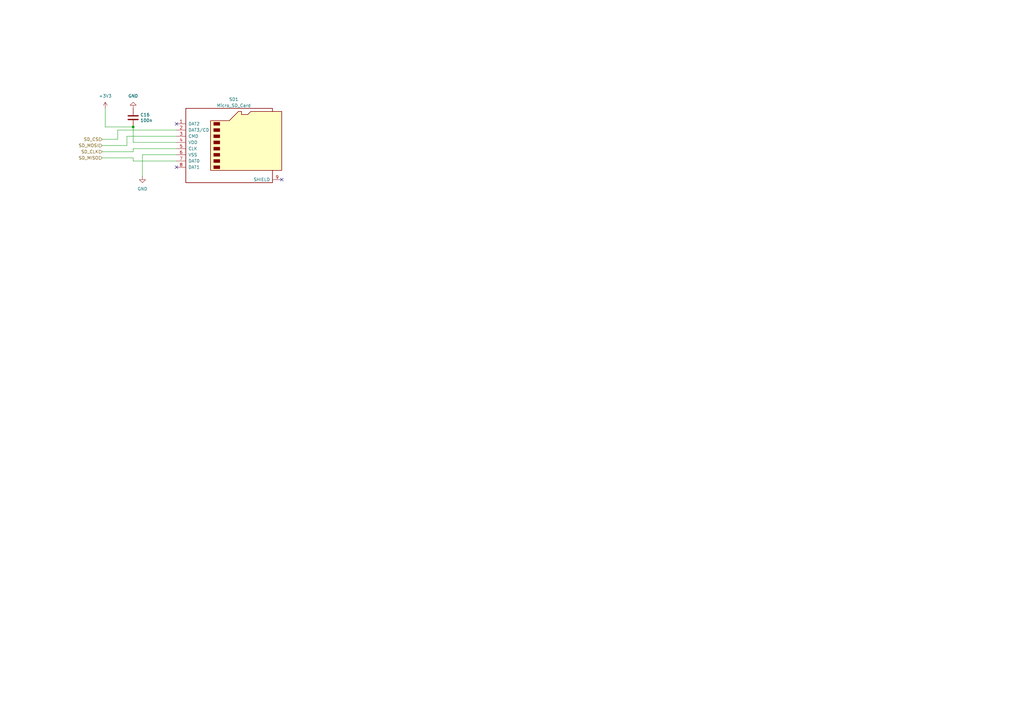
<source format=kicad_sch>
(kicad_sch (version 20231120) (generator "eeschema") (generator_version "8.0")
  (paper "A3")
  (title_block (title "Valera") (date "2025-01-08") (rev "1.0") (company "Mikhail Matveev") (comment 1 "https://github.com/xtremespb/valera"))
  (lib_symbols
    (symbol "Connector:Micro_SD_Card" (pin_names (offset 1.016))
      (property "Reference" "J" (at -16.51 15.24 0))
      (property "Value" "Micro_SD_Card" (at 16.51 15.24 0))
      (symbol "Micro_SD_Card_0_1"
        (rectangle (start -7.62 -9.525) (end -5.08 -10.795) (fill (type outline)))
        (rectangle (start -7.62 -6.985) (end -5.08 -8.255) (fill (type outline)))
        (rectangle (start -7.62 -4.445) (end -5.08 -5.715) (fill (type outline)))
        (rectangle (start -7.62 -1.905) (end -5.08 -3.175) (fill (type outline)))
        (rectangle (start -7.62 0.635) (end -5.08 -0.635) (fill (type outline)))
        (rectangle (start -7.62 3.175) (end -5.08 1.905) (fill (type outline)))
        (rectangle (start -7.62 5.715) (end -5.08 4.445) (fill (type outline)))
        (rectangle (start -7.62 8.255) (end -5.08 6.985) (fill (type outline)))
        (polyline (pts (xy 16.51 12.7) (xy 16.51 13.97) (xy -19.05 13.97) (xy -19.05 -16.51) (xy 16.51 -16.51) (xy 16.51 -11.43)) (stroke (width 0.254)))
        (polyline (pts (xy -8.89 -11.43) (xy -8.89 8.89) (xy -1.27 8.89) (xy 2.54 12.7) (xy 3.81 12.7) (xy 3.81 11.43) (xy 6.35 11.43) (xy 7.62 12.7) (xy 20.32 12.7) (xy 20.32 -11.43) (xy -8.89 -11.43)) (stroke (width 0.254)) (fill (type background)))
      )
      (symbol "Micro_SD_Card_1_1"
        (pin bidirectional line (at -22.86 7.62 0) (length 3.81) (name "DAT2") (number "1"))
        (pin bidirectional line (at -22.86 5.08 0) (length 3.81) (name "DAT3/CD") (number "2"))
        (pin input line (at -22.86 2.54 0) (length 3.81) (name "CMD") (number "3"))
        (pin power_in line (at -22.86 0 0) (length 3.81) (name "VDD") (number "4"))
        (pin input line (at -22.86 -2.54 0) (length 3.81) (name "CLK") (number "5"))
        (pin power_in line (at -22.86 -5.08 0) (length 3.81) (name "VSS") (number "6"))
        (pin bidirectional line (at -22.86 -7.62 0) (length 3.81) (name "DAT0") (number "7"))
        (pin bidirectional line (at -22.86 -10.16 0) (length 3.81) (name "DAT1") (number "8"))
        (pin passive line (at 20.32 -15.24 180) (length 3.81) (name "SHIELD") (number "9"))
      )
    )
    (symbol "Device:C" (pin_numbers hide) (pin_names (offset 0.254))
      (property "Reference" "C" (at 0.635 2.54 0))
      (property "Value" "C" (at 0.635 -2.54 0))
      (symbol "C_0_1"
        (polyline (pts (xy -2.032 -0.762) (xy 2.032 -0.762)) (stroke (width 0.508)))
        (polyline (pts (xy -2.032 0.762) (xy 2.032 0.762)) (stroke (width 0.508)))
      )
      (symbol "C_1_1"
        (pin passive line (at 0 3.81 270) (length 2.794) (name "~") (number "1"))
        (pin passive line (at 0 -3.81 90) (length 2.794) (name "~") (number "2"))
      )
    )
    (symbol "GND_2" (power) (pin_numbers hide) (pin_names (offset 0) hide)
      (property "Value" "GND" (at 0 -3.81 0))
      (symbol "GND_2_0_1"
        (polyline (pts (xy 0 0) (xy 0 -1.27) (xy 1.27 -1.27) (xy 0 -2.54) (xy -1.27 -1.27) (xy 0 -1.27)))
      )
      (symbol "GND_2_1_1"
        (pin power_in line (at 0 0 270) (length 0) (name "~") (number "1"))
      )
    )
    (symbol "power:+3V3" (power) (pin_numbers hide) (pin_names (offset 0) hide)
      (property "Value" "+3V3" (at 0 3.556 0))
      (symbol "+3V3_0_1"
        (polyline (pts (xy -0.762 1.27) (xy 0 2.54)))
        (polyline (pts (xy 0 0) (xy 0 2.54)))
        (polyline (pts (xy 0 2.54) (xy 0.762 1.27)))
      )
      (symbol "+3V3_1_1"
        (pin power_in line (at 0 0 90) (length 0) (name "~") (number "1"))
      )
    )
  )
  (junction (at 54.61 52.07))
  (no_connect (at 72.39 50.8))
  (no_connect (at 115.57 73.66))
  (no_connect (at 72.39 68.58))
  (wire (pts (xy 41.91 57.15) (xy 48.26 57.15)))
  (wire (pts (xy 41.91 59.69) (xy 52.07 59.69)))
  (wire (pts (xy 54.61 66.04) (xy 72.39 66.04)))
  (wire (pts (xy 54.61 58.42) (xy 72.39 58.42)))
  (wire (pts (xy 54.61 52.07) (xy 54.61 58.42)))
  (wire (pts (xy 54.61 66.04) (xy 54.61 64.77)))
  (wire (pts (xy 48.26 57.15) (xy 48.26 53.34)))
  (wire (pts (xy 54.61 60.96) (xy 72.39 60.96)))
  (wire (pts (xy 48.26 53.34) (xy 72.39 53.34)))
  (wire (pts (xy 43.18 44.45) (xy 43.18 52.07)))
  (wire (pts (xy 52.07 59.69) (xy 52.07 55.88)))
  (wire (pts (xy 54.61 62.23) (xy 54.61 60.96)))
  (wire (pts (xy 58.42 63.5) (xy 72.39 63.5)))
  (wire (pts (xy 58.42 63.5) (xy 58.42 72.39)))
  (wire (pts (xy 54.61 52.07) (xy 43.18 52.07)))
  (wire (pts (xy 54.61 64.77) (xy 41.91 64.77)))
  (wire (pts (xy 52.07 55.88) (xy 72.39 55.88)))
  (wire (pts (xy 41.91 62.23) (xy 54.61 62.23)))
  (hierarchical_label "SD_CS" (shape input) (at 41.91 57.15 180))
  (hierarchical_label "SD_MISO" (shape input) (at 41.91 64.77 180))
  (hierarchical_label "SD_CLK" (shape input) (at 41.91 62.23 180))
  (hierarchical_label "SD_MOSI" (shape input) (at 41.91 59.69 180))
  (symbol (lib_name "GND_2") (lib_id "power:GND") (at 58.42 72.39 0) (unit 1)
    (property "Reference" "#PWR031" (effects (hide yes)))
    (property "Value" "GND" (at 58.42 77.47 0))
    (property "Description" "Power symbol creates a global label with name \"GND\" , ground" (effects (hide yes)))
  )
  (symbol (lib_id "power:+3V3") (at 43.18 44.45 0) (unit 1)
    (property "Reference" "#PWR029" (effects (hide yes)))
    (property "Value" "+3V3" (at 43.18 39.37 0))
    (property "Description" "Power symbol creates a global label with name \"+3V3\"" (effects (hide yes)))
  )
  (symbol (lib_id "Device:C") (at 54.61 48.26 0) (unit 1)
    (property "Reference" "C16" (at 57.531 47.0916 0) (effects (justify left)))
    (property "Value" "100n" (at 57.531 49.403 0) (effects (justify left)))
    (property "Footprint" "LIBS:C_0805" (effects (hide yes)))
  )
  (symbol (lib_name "GND_2") (lib_id "power:GND") (at 54.61 44.45 180) (unit 1)
    (property "Reference" "#PWR030" (effects (hide yes)))
    (property "Value" "GND" (at 54.61 39.37 0))
    (property "Description" "Power symbol creates a global label with name \"GND\" , ground" (effects (hide yes)))
  )
  (symbol (lib_id "Connector:Micro_SD_Card") (at 95.25 58.42 0) (unit 1)
    (property "Reference" "SD1" (at 95.885 40.7502 0))
    (property "Value" "Micro_SD_Card" (at 95.885 43.2871 0))
    (property "Footprint" "LIBS:GCT-MEM2055-00-190-01-A" (effects (hide yes)))
    (property "Datasheet" "https://www.we-online.com/components/products/datasheet/693072010801.pdf" (effects (hide yes)))
    (property "Description" "Micro SD Card Socket" (effects (hide yes)))
  )
)
</source>
